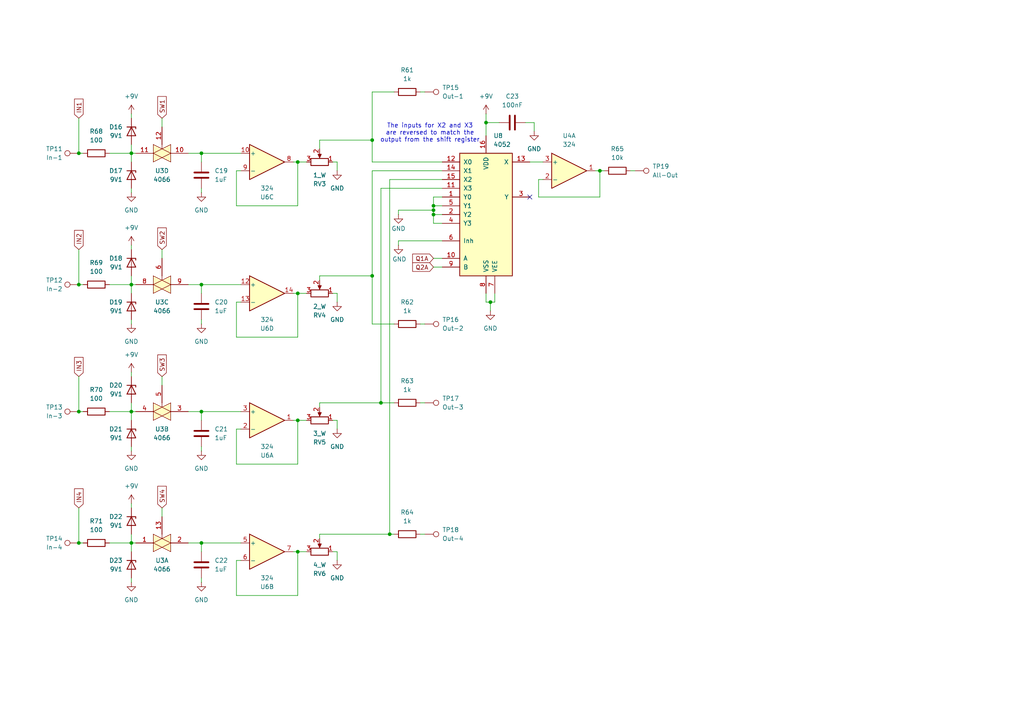
<source format=kicad_sch>
(kicad_sch (version 20250114) (generator "eeschema") (generator_version "9.0")
  (paper "A4")
  (lib_symbols
    (symbol "4xxx:4052" (pin_names (offset 1.016))
      (property "Reference" "U" (at -7.62 19.05 0))
      (property "Value" "4052" (at -7.62 -19.05 0))
      (symbol "4052_1_0"
        (pin passive line (at -12.7 15.24 0) (length 5.08) (name "X0") (number "12"))
        (pin passive line (at -12.7 12.7 0) (length 5.08) (name "X1") (number "14"))
        (pin passive line (at -12.7 10.16 0) (length 5.08) (name "X2") (number "15"))
        (pin passive line (at -12.7 7.62 0) (length 5.08) (name "X3") (number "11"))
        (pin passive line (at -12.7 5.08 0) (length 5.08) (name "Y0") (number "1"))
        (pin passive line (at -12.7 2.54 0) (length 5.08) (name "Y1") (number "5"))
        (pin passive line (at -12.7 0 0) (length 5.08) (name "Y2") (number "2"))
        (pin passive line (at -12.7 -2.54 0) (length 5.08) (name "Y3") (number "4"))
        (pin input line (at -12.7 -7.62 0) (length 5.08) (name "Inh") (number "6"))
        (pin input line (at -12.7 -12.7 0) (length 5.08) (name "A") (number "10"))
        (pin input line (at -12.7 -15.24 0) (length 5.08) (name "B") (number "9"))
        (pin power_in line (at 0 22.86 270) (length 5.08) (name "VDD") (number "16"))
        (pin power_in line (at 0 -22.86 90) (length 5.08) (name "VSS") (number "8"))
        (pin power_in line (at 2.54 -22.86 90) (length 5.08) (name "VEE") (number "7"))
        (pin passive line (at 12.7 15.24 180) (length 5.08) (name "X") (number "13"))
        (pin passive line (at 12.7 5.08 180) (length 5.08) (name "Y") (number "3"))
      )
      (symbol "4052_1_1"
        (rectangle (start -7.62 17.78) (end 7.62 -17.78) (stroke (width 0.254)) (fill (type background)))
      )
    )
    (symbol "4xxx:4066" (pin_names (offset 1.016))
      (property "Reference" "U" (at -7.62 8.89 0))
      (property "Value" "4066" (at -7.62 -8.89 0))
      (symbol "4066_1_0"
        (polyline (pts (xy -2.54 2.54) (xy 2.54 0) (xy -2.54 -2.54) (xy -2.54 2.54)) (fill (type background)))
        (polyline (pts (xy -2.54 0) (xy 2.54 2.54) (xy 2.54 -2.54) (xy -2.54 0)) (fill (type background)))
        (polyline (pts (xy 0 1.27) (xy 0 2.54)) (stroke (width 0.1524)))
        (pin passive line (at -7.62 0 0) (length 5.08) (name "~") (number "1"))
        (pin input line (at 0 7.62 270) (length 5.08) (name "~") (number "13"))
        (pin passive line (at 7.62 0 180) (length 5.08) (name "~") (number "2"))
      )
      (symbol "4066_2_0"
        (polyline (pts (xy -2.54 2.54) (xy 2.54 0) (xy -2.54 -2.54) (xy -2.54 2.54)) (fill (type background)))
        (polyline (pts (xy -2.54 0) (xy 2.54 2.54) (xy 2.54 -2.54) (xy -2.54 0)) (fill (type background)))
        (polyline (pts (xy 0 1.27) (xy 0 2.54)) (stroke (width 0.1524)))
        (pin passive line (at -7.62 0 0) (length 5.08) (name "~") (number "4"))
        (pin input line (at 0 7.62 270) (length 5.08) (name "~") (number "5"))
        (pin passive line (at 7.62 0 180) (length 5.08) (name "~") (number "3"))
      )
      (symbol "4066_3_0"
        (polyline (pts (xy -2.54 2.54) (xy 2.54 0) (xy -2.54 -2.54) (xy -2.54 2.54)) (fill (type background)))
        (polyline (pts (xy -2.54 0) (xy 2.54 2.54) (xy 2.54 -2.54) (xy -2.54 0)) (fill (type background)))
        (polyline (pts (xy 0 1.27) (xy 0 2.54)) (stroke (width 0.1524)))
        (pin passive line (at -7.62 0 0) (length 5.08) (name "~") (number "8"))
        (pin input line (at 0 7.62 270) (length 5.08) (name "~") (number "6"))
        (pin passive line (at 7.62 0 180) (length 5.08) (name "~") (number "9"))
      )
      (symbol "4066_4_0"
        (polyline (pts (xy -2.54 2.54) (xy 2.54 0) (xy -2.54 -2.54) (xy -2.54 2.54)) (fill (type background)))
        (polyline (pts (xy -2.54 0) (xy 2.54 2.54) (xy 2.54 -2.54) (xy -2.54 0)) (fill (type background)))
        (polyline (pts (xy 0 1.27) (xy 0 2.54)) (stroke (width 0.1524)))
        (pin passive line (at -7.62 0 0) (length 5.08) (name "~") (number "11"))
        (pin input line (at 0 7.62 270) (length 5.08) (name "~") (number "12"))
        (pin passive line (at 7.62 0 180) (length 5.08) (name "~") (number "10"))
      )
      (symbol "4066_5_0"
        (pin power_in line (at 0 12.7 270) (length 5.08) (name "VDD") (number "14"))
        (pin power_in line (at 0 -12.7 90) (length 5.08) (name "VSS") (number "7"))
      )
      (symbol "4066_5_1"
        (rectangle (start -5.08 7.62) (end 5.08 -7.62) (stroke (width 0.254)) (fill (type background)))
      )
    )
    (symbol "Amplifier_Operational:LM324" (pin_names (offset 0.127))
      (property "Reference" "U" (at 0 5.08 0))
      (property "Value" "LM324" (at 0 -5.08 0))
      (symbol "LM324_1_1"
        (polyline (pts (xy -5.08 5.08) (xy 5.08 0) (xy -5.08 -5.08) (xy -5.08 5.08)) (stroke (width 0.254)) (fill (type background)))
        (pin input line (at -7.62 2.54 0) (length 2.54) (name "+") (number "3"))
        (pin input line (at -7.62 -2.54 0) (length 2.54) (name "-") (number "2"))
        (pin output line (at 7.62 0 180) (length 2.54) (name "~") (number "1"))
      )
      (symbol "LM324_2_1"
        (polyline (pts (xy -5.08 5.08) (xy 5.08 0) (xy -5.08 -5.08) (xy -5.08 5.08)) (stroke (width 0.254)) (fill (type background)))
        (pin input line (at -7.62 2.54 0) (length 2.54) (name "+") (number "5"))
        (pin input line (at -7.62 -2.54 0) (length 2.54) (name "-") (number "6"))
        (pin output line (at 7.62 0 180) (length 2.54) (name "~") (number "7"))
      )
      (symbol "LM324_3_1"
        (polyline (pts (xy -5.08 5.08) (xy 5.08 0) (xy -5.08 -5.08) (xy -5.08 5.08)) (stroke (width 0.254)) (fill (type background)))
        (pin input line (at -7.62 2.54 0) (length 2.54) (name "+") (number "10"))
        (pin input line (at -7.62 -2.54 0) (length 2.54) (name "-") (number "9"))
        (pin output line (at 7.62 0 180) (length 2.54) (name "~") (number "8"))
      )
      (symbol "LM324_4_1"
        (polyline (pts (xy -5.08 5.08) (xy 5.08 0) (xy -5.08 -5.08) (xy -5.08 5.08)) (stroke (width 0.254)) (fill (type background)))
        (pin input line (at -7.62 2.54 0) (length 2.54) (name "+") (number "12"))
        (pin input line (at -7.62 -2.54 0) (length 2.54) (name "-") (number "13"))
        (pin output line (at 7.62 0 180) (length 2.54) (name "~") (number "14"))
      )
      (symbol "LM324_5_1"
        (pin power_in line (at -2.54 7.62 270) (length 3.81) (name "V+") (number "4"))
        (pin power_in line (at -2.54 -7.62 90) (length 3.81) (name "V-") (number "11"))
      )
    )
    (symbol "Connector:TestPoint" (pin_numbers (hide yes)) (pin_names (offset 0.762) (hide yes))
      (property "Reference" "TP" (at 0 6.858 0))
      (property "Value" "TestPoint" (at 0 5.08 0))
      (symbol "TestPoint_0_1"
        (circle (center 0 3.302) (radius 0.762))
      )
      (symbol "TestPoint_1_1"
        (pin passive line (at 0 0 90) (length 2.54) (name "1") (number "1"))
      )
    )
    (symbol "Device:C" (pin_numbers (hide yes)) (pin_names (offset 0.254))
      (property "Reference" "C" (at 0.635 2.54 0))
      (property "Value" "C" (at 0.635 -2.54 0))
      (symbol "C_0_1"
        (polyline (pts (xy -2.032 0.762) (xy 2.032 0.762)) (stroke (width 0.508)))
        (polyline (pts (xy -2.032 -0.762) (xy 2.032 -0.762)) (stroke (width 0.508)))
      )
      (symbol "C_1_1"
        (pin passive line (at 0 3.81 270) (length 2.794) (name "~") (number "1"))
        (pin passive line (at 0 -3.81 90) (length 2.794) (name "~") (number "2"))
      )
    )
    (symbol "Device:D_Zener" (pin_numbers (hide yes)) (pin_names (offset 1.016) (hide yes))
      (property "Reference" "D" (at 0 2.54 0))
      (property "Value" "D_Zener" (at 0 -2.54 0))
      (symbol "D_Zener_0_1"
        (polyline (pts (xy -1.27 -1.27) (xy -1.27 1.27) (xy -0.762 1.27)) (stroke (width 0.254)))
        (polyline (pts (xy 1.27 0) (xy -1.27 0)))
        (polyline (pts (xy 1.27 -1.27) (xy 1.27 1.27) (xy -1.27 0) (xy 1.27 -1.27)) (stroke (width 0.254)))
      )
      (symbol "D_Zener_1_1"
        (pin passive line (at -3.81 0 0) (length 2.54) (name "K") (number "1"))
        (pin passive line (at 3.81 0 180) (length 2.54) (name "A") (number "2"))
      )
    )
    (symbol "Device:R" (pin_numbers (hide yes)) (pin_names (offset 0))
      (property "Reference" "R" (at 2.032 0 90))
      (property "Value" "R" (at 0 0 90))
      (symbol "R_0_1"
        (rectangle (start -1.016 -2.54) (end 1.016 2.54) (stroke (width 0.254)))
      )
      (symbol "R_1_1"
        (pin passive line (at 0 3.81 270) (length 1.27) (name "~") (number "1"))
        (pin passive line (at 0 -3.81 90) (length 1.27) (name "~") (number "2"))
      )
    )
    (symbol "Device:R_Potentiometer" (pin_names (offset 1.016) (hide yes))
      (property "Reference" "RV" (at -4.445 0 90))
      (property "Value" "R_Potentiometer" (at -2.54 0 90))
      (symbol "R_Potentiometer_0_1"
        (rectangle (start 1.016 2.54) (end -1.016 -2.54) (stroke (width 0.254)))
        (polyline (pts (xy 1.143 0) (xy 2.286 0.508) (xy 2.286 -0.508) (xy 1.143 0)) (fill (type outline)))
        (polyline (pts (xy 2.54 0) (xy 1.524 0)))
      )
      (symbol "R_Potentiometer_1_1"
        (pin passive line (at 0 3.81 270) (length 1.27) (name "1") (number "1"))
        (pin passive line (at 0 -3.81 90) (length 1.27) (name "3") (number "3"))
        (pin passive line (at 3.81 0 180) (length 1.27) (name "2") (number "2"))
      )
    )
    (symbol "power:+9V" (power) (pin_numbers (hide yes)) (pin_names (offset 0) (hide yes))
      (property "Value" "+9V" (at 0 3.556 0))
      (symbol "+9V_0_1"
        (polyline (pts (xy -0.762 1.27) (xy 0 2.54)))
        (polyline (pts (xy 0 2.54) (xy 0.762 1.27)))
        (polyline (pts (xy 0 0) (xy 0 2.54)))
      )
      (symbol "+9V_1_1"
        (pin power_in line (at 0 0 90) (length 0) (name "~") (number "1"))
      )
    )
    (symbol "power:GND" (power) (pin_numbers (hide yes)) (pin_names (offset 0) (hide yes))
      (property "Value" "GND" (at 0 -3.81 0))
      (symbol "GND_0_1"
        (polyline (pts (xy 0 0) (xy 0 -1.27) (xy 1.27 -1.27) (xy 0 -2.54) (xy -1.27 -1.27) (xy 0 -1.27)))
      )
      (symbol "GND_1_1"
        (pin power_in line (at 0 0 270) (length 0) (name "~") (number "1"))
      )
    )
  )
  (text "The inputs for X2 and X3\nare reversed to match the\noutput from the shift register" (at 124.714 38.608 0) (effects (font (size 1.27 1.27))))
  (junction (at 125.73 60.96))
  (junction (at 38.1 82.55))
  (junction (at 107.95 80.01))
  (junction (at 22.86 119.38))
  (junction (at 140.97 35.56))
  (junction (at 110.49 116.84))
  (junction (at 58.42 157.48))
  (junction (at 22.86 82.55))
  (junction (at 86.36 46.99))
  (junction (at 38.1 119.38))
  (junction (at 58.42 44.45))
  (junction (at 113.03 154.94))
  (junction (at 86.36 160.02))
  (junction (at 86.36 121.92))
  (junction (at 125.73 62.23))
  (junction (at 58.42 119.38))
  (junction (at 107.95 40.64))
  (junction (at 22.86 44.45))
  (junction (at 38.1 44.45))
  (junction (at 58.42 82.55))
  (junction (at 173.99 49.53))
  (junction (at 22.86 157.48))
  (junction (at 86.36 85.09))
  (junction (at 142.24 87.63))
  (junction (at 38.1 157.48))
  (junction (at 125.73 59.69))
  (no_connect (at 153.67 57.15))
  (wire (pts (xy 125.73 77.47) (xy 128.27 77.47)))
  (wire (pts (xy 38.1 119.38) (xy 39.37 119.38)))
  (wire (pts (xy 86.36 172.72) (xy 86.36 160.02)))
  (wire (pts (xy 22.86 44.45) (xy 24.13 44.45)))
  (wire (pts (xy 86.36 121.92) (xy 88.9 121.92)))
  (wire (pts (xy 107.95 40.64) (xy 107.95 46.99)))
  (wire (pts (xy 38.1 44.45) (xy 39.37 44.45)))
  (wire (pts (xy 115.57 60.96) (xy 115.57 62.23)))
  (wire (pts (xy 107.95 93.98) (xy 114.3 93.98)))
  (wire (pts (xy 92.71 80.01) (xy 92.71 81.28)))
  (wire (pts (xy 92.71 40.64) (xy 92.71 43.18)))
  (wire (pts (xy 38.1 107.95) (xy 38.1 109.22)))
  (wire (pts (xy 152.4 35.56) (xy 154.94 35.56)))
  (wire (pts (xy 38.1 82.55) (xy 38.1 85.09)))
  (wire (pts (xy 92.71 156.21) (xy 92.71 154.94)))
  (wire (pts (xy 97.79 85.09) (xy 97.79 87.63)))
  (wire (pts (xy 97.79 121.92) (xy 97.79 124.46)))
  (wire (pts (xy 110.49 116.84) (xy 114.3 116.84)))
  (wire (pts (xy 38.1 146.05) (xy 38.1 147.32)))
  (wire (pts (xy 58.42 82.55) (xy 58.42 85.09)))
  (wire (pts (xy 58.42 82.55) (xy 69.85 82.55)))
  (wire (pts (xy 22.86 157.48) (xy 24.13 157.48)))
  (wire (pts (xy 68.58 162.56) (xy 68.58 172.72)))
  (wire (pts (xy 153.67 46.99) (xy 157.48 46.99)))
  (wire (pts (xy 54.61 157.48) (xy 58.42 157.48)))
  (wire (pts (xy 97.79 160.02) (xy 97.79 162.56)))
  (wire (pts (xy 92.71 116.84) (xy 92.71 118.11)))
  (wire (pts (xy 156.21 57.15) (xy 173.99 57.15)))
  (wire (pts (xy 31.75 157.48) (xy 38.1 157.48)))
  (wire (pts (xy 69.85 49.53) (xy 68.58 49.53)))
  (wire (pts (xy 140.97 33.02) (xy 140.97 35.56)))
  (wire (pts (xy 107.95 26.67) (xy 114.3 26.67)))
  (wire (pts (xy 22.86 72.39) (xy 22.86 82.55)))
  (wire (pts (xy 86.36 121.92) (xy 85.09 121.92)))
  (wire (pts (xy 173.99 49.53) (xy 175.26 49.53)))
  (wire (pts (xy 143.51 85.09) (xy 143.51 87.63)))
  (wire (pts (xy 68.58 134.62) (xy 86.36 134.62)))
  (wire (pts (xy 125.73 59.69) (xy 128.27 59.69)))
  (wire (pts (xy 142.24 87.63) (xy 142.24 90.17)))
  (wire (pts (xy 38.1 167.64) (xy 38.1 168.91)))
  (wire (pts (xy 54.61 44.45) (xy 58.42 44.45)))
  (wire (pts (xy 125.73 59.69) (xy 125.73 60.96)))
  (wire (pts (xy 140.97 87.63) (xy 142.24 87.63)))
  (wire (pts (xy 86.36 85.09) (xy 85.09 85.09)))
  (wire (pts (xy 58.42 92.71) (xy 58.42 93.98)))
  (wire (pts (xy 96.52 85.09) (xy 97.79 85.09)))
  (wire (pts (xy 172.72 49.53) (xy 173.99 49.53)))
  (wire (pts (xy 107.95 49.53) (xy 128.27 49.53)))
  (wire (pts (xy 58.42 44.45) (xy 69.85 44.45)))
  (wire (pts (xy 154.94 35.56) (xy 154.94 38.1)))
  (wire (pts (xy 38.1 54.61) (xy 38.1 55.88)))
  (wire (pts (xy 107.95 49.53) (xy 107.95 80.01)))
  (wire (pts (xy 58.42 119.38) (xy 58.42 121.92)))
  (wire (pts (xy 115.57 69.85) (xy 128.27 69.85)))
  (wire (pts (xy 31.75 44.45) (xy 38.1 44.45)))
  (wire (pts (xy 96.52 121.92) (xy 97.79 121.92)))
  (wire (pts (xy 86.36 134.62) (xy 86.36 121.92)))
  (wire (pts (xy 157.48 52.07) (xy 156.21 52.07)))
  (wire (pts (xy 110.49 54.61) (xy 110.49 116.84)))
  (wire (pts (xy 86.36 59.69) (xy 86.36 46.99)))
  (wire (pts (xy 38.1 41.91) (xy 38.1 44.45)))
  (wire (pts (xy 140.97 85.09) (xy 140.97 87.63)))
  (wire (pts (xy 88.9 160.02) (xy 86.36 160.02)))
  (wire (pts (xy 58.42 157.48) (xy 58.42 160.02)))
  (wire (pts (xy 38.1 129.54) (xy 38.1 130.81)))
  (wire (pts (xy 97.79 46.99) (xy 97.79 49.53)))
  (wire (pts (xy 173.99 57.15) (xy 173.99 49.53)))
  (wire (pts (xy 96.52 46.99) (xy 97.79 46.99)))
  (wire (pts (xy 58.42 129.54) (xy 58.42 130.81)))
  (wire (pts (xy 22.86 109.22) (xy 22.86 119.38)))
  (wire (pts (xy 125.73 57.15) (xy 125.73 59.69)))
  (wire (pts (xy 125.73 62.23) (xy 125.73 64.77)))
  (wire (pts (xy 86.36 46.99) (xy 85.09 46.99)))
  (wire (pts (xy 125.73 62.23) (xy 128.27 62.23)))
  (wire (pts (xy 68.58 87.63) (xy 68.58 97.79)))
  (wire (pts (xy 46.99 72.39) (xy 46.99 74.93)))
  (wire (pts (xy 58.42 157.48) (xy 69.85 157.48)))
  (wire (pts (xy 54.61 119.38) (xy 58.42 119.38)))
  (wire (pts (xy 86.36 85.09) (xy 88.9 85.09)))
  (wire (pts (xy 22.86 119.38) (xy 24.13 119.38)))
  (wire (pts (xy 69.85 162.56) (xy 68.58 162.56)))
  (wire (pts (xy 38.1 157.48) (xy 39.37 157.48)))
  (wire (pts (xy 38.1 157.48) (xy 38.1 160.02)))
  (wire (pts (xy 46.99 109.22) (xy 46.99 111.76)))
  (wire (pts (xy 58.42 44.45) (xy 58.42 46.99)))
  (wire (pts (xy 121.92 93.98) (xy 123.19 93.98)))
  (wire (pts (xy 31.75 82.55) (xy 38.1 82.55)))
  (wire (pts (xy 125.73 60.96) (xy 125.73 62.23)))
  (wire (pts (xy 92.71 154.94) (xy 113.03 154.94)))
  (wire (pts (xy 140.97 35.56) (xy 140.97 39.37)))
  (wire (pts (xy 114.3 154.94) (xy 113.03 154.94)))
  (wire (pts (xy 46.99 147.32) (xy 46.99 149.86)))
  (wire (pts (xy 121.92 26.67) (xy 123.19 26.67)))
  (wire (pts (xy 107.95 40.64) (xy 107.95 26.67)))
  (wire (pts (xy 69.85 87.63) (xy 68.58 87.63)))
  (wire (pts (xy 38.1 33.02) (xy 38.1 34.29)))
  (wire (pts (xy 156.21 52.07) (xy 156.21 57.15)))
  (wire (pts (xy 125.73 74.93) (xy 128.27 74.93)))
  (wire (pts (xy 22.86 82.55) (xy 24.13 82.55)))
  (wire (pts (xy 54.61 82.55) (xy 58.42 82.55)))
  (wire (pts (xy 58.42 167.64) (xy 58.42 168.91)))
  (wire (pts (xy 68.58 59.69) (xy 86.36 59.69)))
  (wire (pts (xy 58.42 119.38) (xy 69.85 119.38)))
  (wire (pts (xy 38.1 119.38) (xy 38.1 121.92)))
  (wire (pts (xy 38.1 82.55) (xy 39.37 82.55)))
  (wire (pts (xy 86.36 160.02) (xy 85.09 160.02)))
  (wire (pts (xy 22.86 34.29) (xy 22.86 44.45)))
  (wire (pts (xy 92.71 80.01) (xy 107.95 80.01)))
  (wire (pts (xy 38.1 154.94) (xy 38.1 157.48)))
  (wire (pts (xy 38.1 116.84) (xy 38.1 119.38)))
  (wire (pts (xy 46.99 34.29) (xy 46.99 36.83)))
  (wire (pts (xy 38.1 44.45) (xy 38.1 46.99)))
  (wire (pts (xy 31.75 119.38) (xy 38.1 119.38)))
  (wire (pts (xy 107.95 80.01) (xy 107.95 93.98)))
  (wire (pts (xy 86.36 46.99) (xy 88.9 46.99)))
  (wire (pts (xy 115.57 60.96) (xy 125.73 60.96)))
  (wire (pts (xy 22.86 147.32) (xy 22.86 157.48)))
  (wire (pts (xy 86.36 85.09) (xy 86.36 97.79)))
  (wire (pts (xy 68.58 172.72) (xy 86.36 172.72)))
  (wire (pts (xy 38.1 71.12) (xy 38.1 72.39)))
  (wire (pts (xy 121.92 154.94) (xy 123.19 154.94)))
  (wire (pts (xy 107.95 46.99) (xy 128.27 46.99)))
  (wire (pts (xy 128.27 57.15) (xy 125.73 57.15)))
  (wire (pts (xy 92.71 40.64) (xy 107.95 40.64)))
  (wire (pts (xy 96.52 160.02) (xy 97.79 160.02)))
  (wire (pts (xy 68.58 97.79) (xy 86.36 97.79)))
  (wire (pts (xy 68.58 124.46) (xy 68.58 134.62)))
  (wire (pts (xy 113.03 154.94) (xy 113.03 52.07)))
  (wire (pts (xy 38.1 80.01) (xy 38.1 82.55)))
  (wire (pts (xy 69.85 124.46) (xy 68.58 124.46)))
  (wire (pts (xy 182.88 49.53) (xy 184.15 49.53)))
  (wire (pts (xy 38.1 92.71) (xy 38.1 93.98)))
  (wire (pts (xy 115.57 69.85) (xy 115.57 71.12)))
  (wire (pts (xy 113.03 52.07) (xy 128.27 52.07)))
  (wire (pts (xy 142.24 87.63) (xy 143.51 87.63)))
  (wire (pts (xy 125.73 64.77) (xy 128.27 64.77)))
  (wire (pts (xy 144.78 35.56) (xy 140.97 35.56)))
  (wire (pts (xy 121.92 116.84) (xy 123.19 116.84)))
  (wire (pts (xy 128.27 54.61) (xy 110.49 54.61)))
  (wire (pts (xy 92.71 116.84) (xy 110.49 116.84)))
  (wire (pts (xy 58.42 54.61) (xy 58.42 55.88)))
  (wire (pts (xy 68.58 49.53) (xy 68.58 59.69)))
  (global_label "SW2" (shape input) (at 46.99 72.39 90) (property "Intersheetrefs" "${INTERSHEET_REFS}" (effects (hide yes))))
  (global_label "SW1" (shape input) (at 46.99 34.29 90) (property "Intersheetrefs" "${INTERSHEET_REFS}" (effects (hide yes))))
  (global_label "Q1A" (shape input) (at 125.73 74.93 180) (property "Intersheetrefs" "${INTERSHEET_REFS}" (effects (hide yes))))
  (global_label "Q2A" (shape input) (at 125.73 77.47 180) (property "Intersheetrefs" "${INTERSHEET_REFS}" (effects (hide yes))))
  (global_label "SW3" (shape input) (at 46.99 109.22 90) (property "Intersheetrefs" "${INTERSHEET_REFS}" (effects (hide yes))))
  (global_label "IN4" (shape input) (at 22.86 147.32 90) (property "Intersheetrefs" "${INTERSHEET_REFS}" (effects (hide yes))))
  (global_label "IN1" (shape input) (at 22.86 34.29 90) (property "Intersheetrefs" "${INTERSHEET_REFS}" (effects (hide yes))))
  (global_label "IN3" (shape input) (at 22.86 109.22 90) (property "Intersheetrefs" "${INTERSHEET_REFS}" (effects (hide yes))))
  (global_label "SW4" (shape input) (at 46.99 147.32 90) (property "Intersheetrefs" "${INTERSHEET_REFS}" (effects (hide yes))))
  (global_label "IN2" (shape input) (at 22.86 72.39 90) (property "Intersheetrefs" "${INTERSHEET_REFS}" (effects (hide yes))))
  (symbol (lib_id "power:GND") (at 38.1 168.91 0) (unit 1)
    (property "Reference" "#PWR082" (effects (hide yes)))
    (property "Value" "GND" (at 38.1 173.99 0))
    (property "Description" "Power symbol creates a global label with name \"GND\" , ground" (effects (hide yes)))
  )
  (symbol (lib_id "Connector:TestPoint") (at 123.19 93.98 270) (unit 1)
    (property "Reference" "TP16" (at 128.27 92.7099 90) (effects (justify left)))
    (property "Value" "Out-2" (at 128.27 95.2499 90) (effects (justify left)))
    (property "Footprint" "diy-nabra:wtrin2" (effects (hide yes)))
    (property "Description" "test point" (effects (hide yes)))
  )
  (symbol (lib_id "power:GND") (at 58.42 93.98 0) (unit 1)
    (property "Reference" "#PWR084" (effects (hide yes)))
    (property "Value" "GND" (at 58.42 99.06 0))
    (property "Description" "Power symbol creates a global label with name \"GND\" , ground" (effects (hide yes)))
  )
  (symbol (lib_id "power:+9V") (at 38.1 33.02 0) (unit 1)
    (property "Reference" "#PWR075" (effects (hide yes)))
    (property "Value" "+9V" (at 38.1 27.94 0))
    (property "Description" "Power symbol creates a global label with name \"+9V\"" (effects (hide yes)))
  )
  (symbol (lib_id "4xxx:4066") (at 46.99 119.38 0) (unit 2)
    (property "Reference" "U3" (at 46.99 124.46 0))
    (property "Value" "4066" (at 46.99 127 0))
    (property "Footprint" "diy-nabra:dip14" (effects (hide yes)))
    (property "Datasheet" "http://www.ti.com/lit/ds/symlink/cd4066b.pdf" (effects (hide yes)))
    (property "Description" "Quad Analog Switches" (effects (hide yes)))
  )
  (symbol (lib_id "Device:C") (at 58.42 50.8 0) (unit 1)
    (property "Reference" "C19" (at 62.23 49.5299 0) (effects (justify left)))
    (property "Value" "1uF" (at 62.23 52.0699 0) (effects (justify left)))
    (property "Footprint" "diy-nabra:cpoly105" (effects (hide yes)))
    (property "Description" "Unpolarized capacitor" (effects (hide yes)))
  )
  (symbol (lib_id "Device:C") (at 58.42 88.9 0) (unit 1)
    (property "Reference" "C20" (at 62.23 87.6299 0) (effects (justify left)))
    (property "Value" "1uF" (at 62.23 90.1699 0) (effects (justify left)))
    (property "Footprint" "diy-nabra:cpoly105" (effects (hide yes)))
    (property "Description" "Unpolarized capacitor" (effects (hide yes)))
  )
  (symbol (lib_id "Connector:TestPoint") (at 123.19 26.67 270) (unit 1)
    (property "Reference" "TP15" (at 128.27 25.3999 90) (effects (justify left)))
    (property "Value" "Out-1" (at 128.27 27.9399 90) (effects (justify left)))
    (property "Footprint" "diy-nabra:wtrin" (effects (hide yes)))
    (property "Description" "test point" (effects (hide yes)))
  )
  (symbol (lib_id "power:GND") (at 115.57 62.23 0) (unit 1)
    (property "Reference" "#PWR091" (effects (hide yes)))
    (property "Value" "GND" (at 113.538 66.294 0) (effects (justify left)))
    (property "Description" "Power symbol creates a global label with name \"GND\" , ground" (effects (hide yes)))
  )
  (symbol (lib_id "Amplifier_Operational:LM324") (at 165.1 49.53 0) (unit 1)
    (property "Reference" "U4" (at 165.1 39.37 0))
    (property "Value" "324" (at 165.1 41.91 0))
    (property "Footprint" "diy-nabra:dip14" (effects (hide yes)))
    (property "Datasheet" "http://www.ti.com/lit/ds/symlink/lm2902-n.pdf" (effects (hide yes)))
    (property "Description" "Low-Power, Quad-Operational Amplifiers, DIP-14/SOIC-14/SSOP-14" (effects (hide yes)))
  )
  (symbol (lib_id "power:GND") (at 38.1 130.81 0) (unit 1)
    (property "Reference" "#PWR080" (effects (hide yes)))
    (property "Value" "GND" (at 38.1 135.89 0))
    (property "Description" "Power symbol creates a global label with name \"GND\" , ground" (effects (hide yes)))
  )
  (symbol (lib_id "Device:D_Zener") (at 38.1 151.13 270) (unit 1)
    (property "Reference" "D22" (at 35.56 149.8599 90) (effects (justify right)))
    (property "Value" "9V1" (at 35.56 152.3999 90) (effects (justify right)))
    (property "Footprint" "diy-nabra:doz3" (effects (hide yes)))
    (property "Description" "Zener diode" (effects (hide yes)))
  )
  (symbol (lib_id "Device:R_Potentiometer") (at 92.71 121.92 270) (mirror x) (unit 1)
    (property "Reference" "RV5" (at 92.71 128.27 90))
    (property "Value" "3_W" (at 92.71 125.73 90))
    (property "Footprint" "diy-nabra:wnob3" (effects (hide yes)))
    (property "Description" "Potentiometer" (effects (hide yes)))
  )
  (symbol (lib_id "Device:D_Zener") (at 38.1 163.83 270) (unit 1)
    (property "Reference" "D23" (at 35.56 162.5599 90) (effects (justify right)))
    (property "Value" "9V1" (at 35.56 165.0999 90) (effects (justify right)))
    (property "Footprint" "diy-nabra:doz3" (effects (hide yes)))
    (property "Description" "Zener diode" (effects (hide yes)))
  )
  (symbol (lib_id "power:GND") (at 154.94 38.1 0) (unit 1)
    (property "Reference" "#PWR095" (effects (hide yes)))
    (property "Value" "GND" (at 154.94 43.18 0))
    (property "Description" "Power symbol creates a global label with name \"GND\" , ground" (effects (hide yes)))
  )
  (symbol (lib_id "Device:D_Zener") (at 38.1 38.1 270) (unit 1)
    (property "Reference" "D16" (at 35.56 36.8299 90) (effects (justify right)))
    (property "Value" "9V1" (at 35.56 39.3699 90) (effects (justify right)))
    (property "Footprint" "diy-nabra:doz3" (effects (hide yes)))
    (property "Description" "Zener diode" (effects (hide yes)))
  )
  (symbol (lib_id "Amplifier_Operational:LM324") (at 77.47 121.92 0) (unit 1)
    (property "Reference" "U6" (at 77.47 132.08 0))
    (property "Value" "324" (at 77.47 129.54 0))
    (property "Footprint" "diy-nabra:dip14" (effects (hide yes)))
    (property "Datasheet" "http://www.ti.com/lit/ds/symlink/lm2902-n.pdf" (effects (hide yes)))
    (property "Description" "Low-Power, Quad-Operational Amplifiers, DIP-14/SOIC-14/SSOP-14" (effects (hide yes)))
  )
  (symbol (lib_id "Device:C") (at 148.59 35.56 90) (unit 1)
    (property "Reference" "C23" (at 148.59 27.94 90))
    (property "Value" "100nF" (at 148.59 30.48 90))
    (property "Footprint" "diy-nabra:cpoly104_small" (effects (hide yes)))
    (property "Description" "Unpolarized capacitor" (effects (hide yes)))
  )
  (symbol (lib_id "Device:D_Zener") (at 38.1 113.03 270) (unit 1)
    (property "Reference" "D20" (at 35.56 111.7599 90) (effects (justify right)))
    (property "Value" "9V1" (at 35.56 114.2999 90) (effects (justify right)))
    (property "Footprint" "diy-nabra:doz3" (effects (hide yes)))
    (property "Description" "Zener diode" (effects (hide yes)))
  )
  (symbol (lib_id "Connector:TestPoint") (at 22.86 82.55 90) (unit 1)
    (property "Reference" "TP12" (at 15.748 81.28 90))
    (property "Value" "In-2" (at 15.748 83.82 90))
    (property "Footprint" "diy-nabra:wsqu2in" (effects (hide yes)))
    (property "Description" "test point" (effects (hide yes)))
  )
  (symbol (lib_id "Device:R") (at 118.11 116.84 90) (unit 1)
    (property "Reference" "R63" (at 118.11 110.49 90))
    (property "Value" "1k" (at 118.11 113.03 90))
    (property "Footprint" "diy-nabra:r3" (effects (hide yes)))
    (property "Description" "Resistor" (effects (hide yes)))
  )
  (symbol (lib_id "power:GND") (at 97.79 87.63 0) (unit 1)
    (property "Reference" "#PWR088" (effects (hide yes)))
    (property "Value" "GND" (at 97.79 92.71 0))
    (property "Description" "Power symbol creates a global label with name \"GND\" , ground" (effects (hide yes)))
  )
  (symbol (lib_id "Device:C") (at 58.42 125.73 0) (unit 1)
    (property "Reference" "C21" (at 62.23 124.4599 0) (effects (justify left)))
    (property "Value" "1uF" (at 62.23 126.9999 0) (effects (justify left)))
    (property "Footprint" "diy-nabra:cpoly105" (effects (hide yes)))
    (property "Description" "Unpolarized capacitor" (effects (hide yes)))
  )
  (symbol (lib_id "Connector:TestPoint") (at 123.19 116.84 270) (unit 1)
    (property "Reference" "TP17" (at 128.27 115.5699 90) (effects (justify left)))
    (property "Value" "Out-3" (at 128.27 118.1099 90) (effects (justify left)))
    (property "Footprint" "diy-nabra:wtrin3" (effects (hide yes)))
    (property "Description" "test point" (effects (hide yes)))
  )
  (symbol (lib_id "power:GND") (at 58.42 55.88 0) (unit 1)
    (property "Reference" "#PWR083" (effects (hide yes)))
    (property "Value" "GND" (at 58.42 60.96 0))
    (property "Description" "Power symbol creates a global label with name \"GND\" , ground" (effects (hide yes)))
  )
  (symbol (lib_id "power:GND") (at 97.79 162.56 0) (unit 1)
    (property "Reference" "#PWR090" (effects (hide yes)))
    (property "Value" "GND" (at 97.79 167.64 0))
    (property "Description" "Power symbol creates a global label with name \"GND\" , ground" (effects (hide yes)))
  )
  (symbol (lib_id "Device:R") (at 27.94 119.38 90) (unit 1)
    (property "Reference" "R70" (at 27.94 113.03 90))
    (property "Value" "100" (at 27.94 115.57 90))
    (property "Footprint" "diy-nabra:r3" (effects (hide yes)))
    (property "Description" "Resistor" (effects (hide yes)))
  )
  (symbol (lib_id "power:GND") (at 58.42 168.91 0) (unit 1)
    (property "Reference" "#PWR086" (effects (hide yes)))
    (property "Value" "GND" (at 58.42 173.99 0))
    (property "Description" "Power symbol creates a global label with name \"GND\" , ground" (effects (hide yes)))
  )
  (symbol (lib_id "power:GND") (at 38.1 55.88 0) (unit 1)
    (property "Reference" "#PWR076" (effects (hide yes)))
    (property "Value" "GND" (at 38.1 60.96 0))
    (property "Description" "Power symbol creates a global label with name \"GND\" , ground" (effects (hide yes)))
  )
  (symbol (lib_id "power:GND") (at 58.42 130.81 0) (unit 1)
    (property "Reference" "#PWR085" (effects (hide yes)))
    (property "Value" "GND" (at 58.42 135.89 0))
    (property "Description" "Power symbol creates a global label with name \"GND\" , ground" (effects (hide yes)))
  )
  (symbol (lib_id "Connector:TestPoint") (at 123.19 154.94 270) (unit 1)
    (property "Reference" "TP18" (at 128.27 153.6699 90) (effects (justify left)))
    (property "Value" "Out-4" (at 128.27 156.2099 90) (effects (justify left)))
    (property "Footprint" "diy-nabra:wtrin4" (effects (hide yes)))
    (property "Description" "test point" (effects (hide yes)))
  )
  (symbol (lib_id "Connector:TestPoint") (at 22.86 157.48 90) (unit 1)
    (property "Reference" "TP14" (at 15.748 156.21 90))
    (property "Value" "In-4" (at 15.748 158.75 90))
    (property "Footprint" "diy-nabra:wsqu4in" (effects (hide yes)))
    (property "Description" "test point" (effects (hide yes)))
  )
  (symbol (lib_id "power:GND") (at 115.57 71.12 0) (unit 1)
    (property "Reference" "#PWR092" (effects (hide yes)))
    (property "Value" "GND" (at 113.792 75.184 0) (effects (justify left)))
    (property "Description" "Power symbol creates a global label with name \"GND\" , ground" (effects (hide yes)))
  )
  (symbol (lib_id "Device:R") (at 118.11 93.98 90) (unit 1)
    (property "Reference" "R62" (at 118.11 87.63 90))
    (property "Value" "1k" (at 118.11 90.17 90))
    (property "Footprint" "diy-nabra:r3" (effects (hide yes)))
    (property "Description" "Resistor" (effects (hide yes)))
  )
  (symbol (lib_id "Amplifier_Operational:LM324") (at 77.47 85.09 0) (unit 4)
    (property "Reference" "U6" (at 77.47 95.25 0))
    (property "Value" "324" (at 77.47 92.71 0))
    (property "Footprint" "diy-nabra:dip14" (effects (hide yes)))
    (property "Datasheet" "http://www.ti.com/lit/ds/symlink/lm2902-n.pdf" (effects (hide yes)))
    (property "Description" "Low-Power, Quad-Operational Amplifiers, DIP-14/SOIC-14/SSOP-14" (effects (hide yes)))
  )
  (symbol (lib_id "Device:C") (at 58.42 163.83 0) (unit 1)
    (property "Reference" "C22" (at 62.23 162.5599 0) (effects (justify left)))
    (property "Value" "1uF" (at 62.23 165.0999 0) (effects (justify left)))
    (property "Footprint" "diy-nabra:cpoly105" (effects (hide yes)))
    (property "Description" "Unpolarized capacitor" (effects (hide yes)))
  )
  (symbol (lib_id "power:+9V") (at 38.1 107.95 0) (unit 1)
    (property "Reference" "#PWR079" (effects (hide yes)))
    (property "Value" "+9V" (at 38.1 102.87 0))
    (property "Description" "Power symbol creates a global label with name \"+9V\"" (effects (hide yes)))
  )
  (symbol (lib_id "Device:D_Zener") (at 38.1 50.8 270) (unit 1)
    (property "Reference" "D17" (at 35.56 49.5299 90) (effects (justify right)))
    (property "Value" "9V1" (at 35.56 52.0699 90) (effects (justify right)))
    (property "Footprint" "diy-nabra:doz3" (effects (hide yes)))
    (property "Description" "Zener diode" (effects (hide yes)))
  )
  (symbol (lib_id "Device:D_Zener") (at 38.1 88.9 270) (unit 1)
    (property "Reference" "D19" (at 35.56 87.6299 90) (effects (justify right)))
    (property "Value" "9V1" (at 35.56 90.1699 90) (effects (justify right)))
    (property "Footprint" "diy-nabra:doz3" (effects (hide yes)))
    (property "Description" "Zener diode" (effects (hide yes)))
  )
  (symbol (lib_id "Device:R") (at 27.94 44.45 90) (unit 1)
    (property "Reference" "R68" (at 27.94 38.1 90))
    (property "Value" "100" (at 27.94 40.64 90))
    (property "Footprint" "diy-nabra:r3" (effects (hide yes)))
    (property "Description" "Resistor" (effects (hide yes)))
  )
  (symbol (lib_id "4xxx:4066") (at 46.99 82.55 0) (unit 3)
    (property "Reference" "U3" (at 46.99 87.63 0))
    (property "Value" "4066" (at 46.99 90.17 0))
    (property "Footprint" "diy-nabra:dip14" (effects (hide yes)))
    (property "Datasheet" "http://www.ti.com/lit/ds/symlink/cd4066b.pdf" (effects (hide yes)))
    (property "Description" "Quad Analog Switches" (effects (hide yes)))
  )
  (symbol (lib_id "power:+9V") (at 38.1 71.12 0) (unit 1)
    (property "Reference" "#PWR077" (effects (hide yes)))
    (property "Value" "+9V" (at 38.1 66.04 0))
    (property "Description" "Power symbol creates a global label with name \"+9V\"" (effects (hide yes)))
  )
  (symbol (lib_id "Connector:TestPoint") (at 22.86 44.45 90) (unit 1)
    (property "Reference" "TP11" (at 15.748 43.18 90))
    (property "Value" "In-1" (at 15.748 45.72 90))
    (property "Footprint" "diy-nabra:wsquin" (effects (hide yes)))
    (property "Description" "test point" (effects (hide yes)))
  )
  (symbol (lib_id "4xxx:4066") (at 46.99 44.45 0) (unit 4)
    (property "Reference" "U3" (at 46.99 49.53 0))
    (property "Value" "4066" (at 46.99 52.07 0))
    (property "Footprint" "diy-nabra:dip14" (effects (hide yes)))
    (property "Datasheet" "http://www.ti.com/lit/ds/symlink/cd4066b.pdf" (effects (hide yes)))
    (property "Description" "Quad Analog Switches" (effects (hide yes)))
  )
  (symbol (lib_id "Amplifier_Operational:LM324") (at 77.47 160.02 0) (unit 2)
    (property "Reference" "U6" (at 77.47 170.18 0))
    (property "Value" "324" (at 77.47 167.64 0))
    (property "Footprint" "diy-nabra:dip14" (effects (hide yes)))
    (property "Datasheet" "http://www.ti.com/lit/ds/symlink/lm2902-n.pdf" (effects (hide yes)))
    (property "Description" "Low-Power, Quad-Operational Amplifiers, DIP-14/SOIC-14/SSOP-14" (effects (hide yes)))
  )
  (symbol (lib_id "power:+9V") (at 140.97 33.02 0) (unit 1)
    (property "Reference" "#PWR093" (effects (hide yes)))
    (property "Value" "+9V" (at 140.97 27.94 0))
    (property "Description" "Power symbol creates a global label with name \"+9V\"" (effects (hide yes)))
  )
  (symbol (lib_id "4xxx:4052") (at 140.97 62.23 0) (unit 1)
    (property "Reference" "U8" (at 143.1133 39.37 0) (effects (justify left)))
    (property "Value" "4052" (at 143.1133 41.91 0) (effects (justify left)))
    (property "Footprint" "diy-nabra:dip16" (effects (hide yes)))
    (property "Datasheet" "http://www.intersil.com/content/dam/Intersil/documents/cd40/cd4051bms-52bms-53bms.pdf" (effects (hide yes)))
    (property "Description" "Dual Analog Multiplexer 4 to 1 line" (effects (hide yes)))
  )
  (symbol (lib_id "Device:R") (at 118.11 26.67 90) (unit 1)
    (property "Reference" "R61" (at 118.11 20.32 90))
    (property "Value" "1k" (at 118.11 22.86 90))
    (property "Footprint" "diy-nabra:r3" (effects (hide yes)))
    (property "Description" "Resistor" (effects (hide yes)))
  )
  (symbol (lib_id "power:GND") (at 97.79 124.46 0) (unit 1)
    (property "Reference" "#PWR089" (effects (hide yes)))
    (property "Value" "GND" (at 97.79 129.54 0))
    (property "Description" "Power symbol creates a global label with name \"GND\" , ground" (effects (hide yes)))
  )
  (symbol (lib_id "Connector:TestPoint") (at 184.15 49.53 270) (unit 1)
    (property "Reference" "TP19" (at 189.23 48.2599 90) (effects (justify left)))
    (property "Value" "All-Out" (at 189.23 50.7999 90) (effects (justify left)))
    (property "Footprint" "diy-nabra:wsqout" (effects (hide yes)))
    (property "Description" "test point" (effects (hide yes)))
  )
  (symbol (lib_id "Connector:TestPoint") (at 22.86 119.38 90) (unit 1)
    (property "Reference" "TP13" (at 15.748 118.11 90))
    (property "Value" "In-3" (at 15.748 120.65 90))
    (property "Footprint" "diy-nabra:wsqu3in" (effects (hide yes)))
    (property "Description" "test point" (effects (hide yes)))
  )
  (symbol (lib_id "Device:R") (at 179.07 49.53 90) (unit 1)
    (property "Reference" "R65" (at 179.07 43.18 90))
    (property "Value" "10k" (at 179.07 45.72 90))
    (property "Footprint" "diy-nabra:r3" (effects (hide yes)))
    (property "Description" "Resistor" (effects (hide yes)))
  )
  (symbol (lib_id "Device:D_Zener") (at 38.1 76.2 270) (unit 1)
    (property "Reference" "D18" (at 35.56 74.9299 90) (effects (justify right)))
    (property "Value" "9V1" (at 35.56 77.4699 90) (effects (justify right)))
    (property "Footprint" "diy-nabra:doz3" (effects (hide yes)))
    (property "Description" "Zener diode" (effects (hide yes)))
  )
  (symbol (lib_id "power:GND") (at 142.24 90.17 0) (unit 1)
    (property "Reference" "#PWR094" (effects (hide yes)))
    (property "Value" "GND" (at 142.24 95.25 0))
    (property "Description" "Power symbol creates a global label with name \"GND\" , ground" (effects (hide yes)))
  )
  (symbol (lib_id "Device:D_Zener") (at 38.1 125.73 270) (unit 1)
    (property "Reference" "D21" (at 35.56 124.4599 90) (effects (justify right)))
    (property "Value" "9V1" (at 35.56 126.9999 90) (effects (justify right)))
    (property "Footprint" "diy-nabra:doz3" (effects (hide yes)))
    (property "Description" "Zener diode" (effects (hide yes)))
  )
  (symbol (lib_id "Device:R") (at 118.11 154.94 90) (unit 1)
    (property "Reference" "R64" (at 118.11 148.59 90))
    (property "Value" "1k" (at 118.11 151.13 90))
    (property "Footprint" "diy-nabra:r3" (effects (hide yes)))
    (property "Description" "Resistor" (effects (hide yes)))
  )
  (symbol (lib_id "Amplifier_Operational:LM324") (at 77.47 46.99 0) (unit 3)
    (property "Reference" "U6" (at 77.47 57.15 0))
    (property "Value" "324" (at 77.47 54.61 0))
    (property "Footprint" "diy-nabra:dip14" (effects (hide yes)))
    (property "Datasheet" "http://www.ti.com/lit/ds/symlink/lm2902-n.pdf" (effects (hide yes)))
    (property "Description" "Low-Power, Quad-Operational Amplifiers, DIP-14/SOIC-14/SSOP-14" (effects (hide yes)))
  )
  (symbol (lib_id "Device:R_Potentiometer") (at 92.71 46.99 270) (mirror x) (unit 1)
    (property "Reference" "RV3" (at 92.71 53.34 90))
    (property "Value" "1_W" (at 92.71 50.8 90))
    (property "Footprint" "diy-nabra:wnob1" (effects (hide yes)))
    (property "Description" "Potentiometer" (effects (hide yes)))
  )
  (symbol (lib_id "Device:R_Potentiometer") (at 92.71 85.09 270) (mirror x) (unit 1)
    (property "Reference" "RV4" (at 92.71 91.44 90))
    (property "Value" "2_W" (at 92.71 88.9 90))
    (property "Footprint" "diy-nabra:wnob2" (effects (hide yes)))
    (property "Description" "Potentiometer" (effects (hide yes)))
  )
  (symbol (lib_id "Device:R_Potentiometer") (at 92.71 160.02 270) (mirror x) (unit 1)
    (property "Reference" "RV6" (at 92.71 166.37 90))
    (property "Value" "4_W" (at 92.71 163.83 90))
    (property "Footprint" "diy-nabra:wnob4" (effects (hide yes)))
    (property "Description" "Potentiometer" (effects (hide yes)))
  )
  (symbol (lib_id "power:GND") (at 97.79 49.53 0) (unit 1)
    (property "Reference" "#PWR087" (effects (hide yes)))
    (property "Value" "GND" (at 97.79 54.61 0))
    (property "Description" "Power symbol creates a global label with name \"GND\" , ground" (effects (hide yes)))
  )
  (symbol (lib_id "power:GND") (at 38.1 93.98 0) (unit 1)
    (property "Reference" "#PWR078" (effects (hide yes)))
    (property "Value" "GND" (at 38.1 99.06 0))
    (property "Description" "Power symbol creates a global label with name \"GND\" , ground" (effects (hide yes)))
  )
  (symbol (lib_id "Device:R") (at 27.94 157.48 90) (unit 1)
    (property "Reference" "R71" (at 27.94 151.13 90))
    (property "Value" "100" (at 27.94 153.67 90))
    (property "Footprint" "diy-nabra:r3" (effects (hide yes)))
    (property "Description" "Resistor" (effects (hide yes)))
  )
  (symbol (lib_id "Device:R") (at 27.94 82.55 90) (unit 1)
    (property "Reference" "R69" (at 27.94 76.2 90))
    (property "Value" "100" (at 27.94 78.74 90))
    (property "Footprint" "diy-nabra:r3" (effects (hide yes)))
    (property "Description" "Resistor" (effects (hide yes)))
  )
  (symbol (lib_id "4xxx:4066") (at 46.99 157.48 0) (unit 1)
    (property "Reference" "U3" (at 46.99 162.56 0))
    (property "Value" "4066" (at 46.99 165.1 0))
    (property "Footprint" "diy-nabra:dip14" (effects (hide yes)))
    (property "Datasheet" "http://www.ti.com/lit/ds/symlink/cd4066b.pdf" (effects (hide yes)))
    (property "Description" "Quad Analog Switches" (effects (hide yes)))
  )
  (symbol (lib_id "power:+9V") (at 38.1 146.05 0) (unit 1)
    (property "Reference" "#PWR081" (effects (hide yes)))
    (property "Value" "+9V" (at 38.1 140.97 0))
    (property "Description" "Power symbol creates a global label with name \"+9V\"" (effects (hide yes)))
  )
)
</source>
